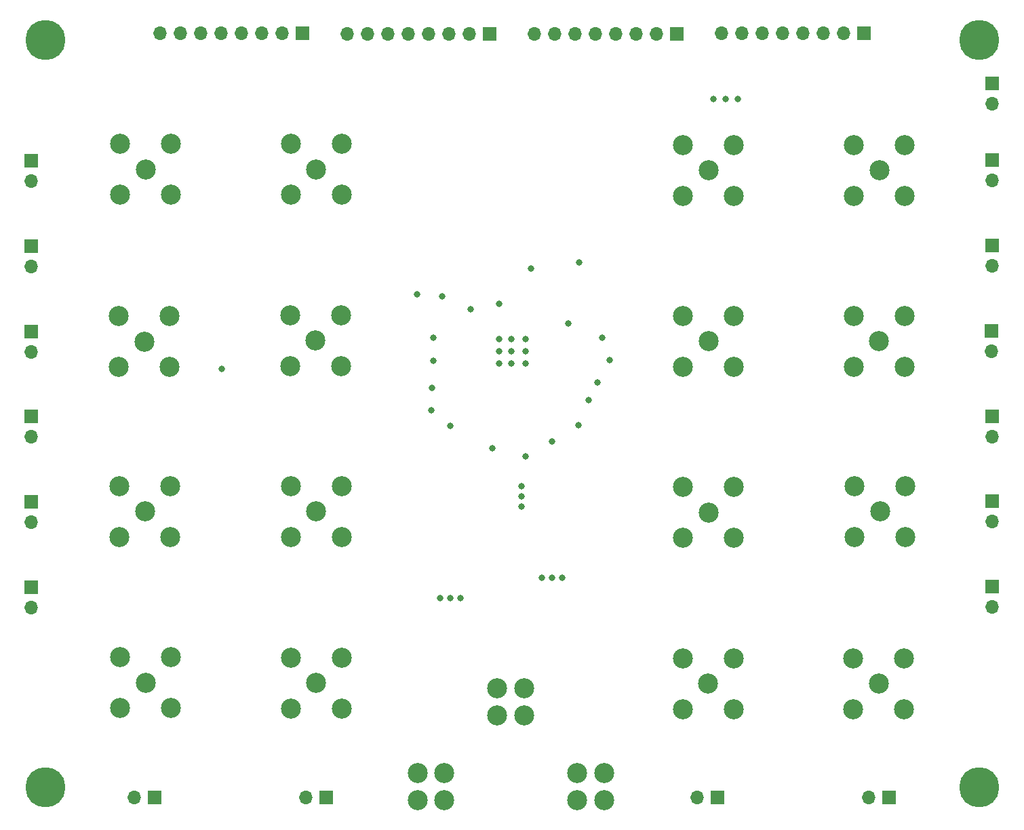
<source format=gbr>
G04 #@! TF.GenerationSoftware,KiCad,Pcbnew,(5.1.10-1-10_14)*
G04 #@! TF.CreationDate,2022-10-09T23:43:03+02:00*
G04 #@! TF.ProjectId,BoatCentralBoard,426f6174-4365-46e7-9472-616c426f6172,rev?*
G04 #@! TF.SameCoordinates,Original*
G04 #@! TF.FileFunction,Copper,L2,Inr*
G04 #@! TF.FilePolarity,Positive*
%FSLAX46Y46*%
G04 Gerber Fmt 4.6, Leading zero omitted, Abs format (unit mm)*
G04 Created by KiCad (PCBNEW (5.1.10-1-10_14)) date 2022-10-09 23:43:03*
%MOMM*%
%LPD*%
G01*
G04 APERTURE LIST*
G04 #@! TA.AperFunction,ComponentPad*
%ADD10C,5.000000*%
G04 #@! TD*
G04 #@! TA.AperFunction,ComponentPad*
%ADD11C,2.500000*%
G04 #@! TD*
G04 #@! TA.AperFunction,ComponentPad*
%ADD12R,1.700000X1.700000*%
G04 #@! TD*
G04 #@! TA.AperFunction,ComponentPad*
%ADD13O,1.700000X1.700000*%
G04 #@! TD*
G04 #@! TA.AperFunction,ViaPad*
%ADD14C,0.800000*%
G04 #@! TD*
G04 APERTURE END LIST*
D10*
X86790800Y-137280600D03*
X203440800Y-137280600D03*
X203390800Y-44030600D03*
X86790800Y-43980600D03*
D11*
X169625000Y-102975000D03*
X166450000Y-106150000D03*
X172800000Y-106150000D03*
X166450000Y-99800000D03*
X172800000Y-99800000D03*
D12*
X205050000Y-101610000D03*
D13*
X205050000Y-104150000D03*
D11*
X153210000Y-135510000D03*
X156580000Y-135510000D03*
X156580000Y-138880000D03*
X153210000Y-138880000D03*
D12*
X205040800Y-49390600D03*
D13*
X205040800Y-51930600D03*
D12*
X118950000Y-43150000D03*
D13*
X116410000Y-43150000D03*
X113870000Y-43150000D03*
X111330000Y-43150000D03*
X108790000Y-43150000D03*
X106250000Y-43150000D03*
X103710000Y-43150000D03*
X101170000Y-43150000D03*
D12*
X142250000Y-43250000D03*
D13*
X139710000Y-43250000D03*
X137170000Y-43250000D03*
X134630000Y-43250000D03*
X132090000Y-43250000D03*
X129550000Y-43250000D03*
X127010000Y-43250000D03*
X124470000Y-43250000D03*
D12*
X165690000Y-43250000D03*
D13*
X163150000Y-43250000D03*
X160610000Y-43250000D03*
X158070000Y-43250000D03*
X155530000Y-43250000D03*
X152990000Y-43250000D03*
X150450000Y-43250000D03*
X147910000Y-43250000D03*
D12*
X189006200Y-43193800D03*
D13*
X186466200Y-43193800D03*
X183926200Y-43193800D03*
X181386200Y-43193800D03*
X178846200Y-43193800D03*
X176306200Y-43193800D03*
X173766200Y-43193800D03*
X171226200Y-43193800D03*
D11*
X169550000Y-124350000D03*
X172725000Y-127525000D03*
X172725000Y-121175000D03*
X166375000Y-127525000D03*
X166375000Y-121175000D03*
X169590800Y-81630600D03*
X172765800Y-78455600D03*
X166415800Y-78455600D03*
X172765800Y-84805600D03*
X166415800Y-84805600D03*
X190890800Y-81625000D03*
X194065800Y-78450000D03*
X187715800Y-78450000D03*
X194065800Y-84800000D03*
X187715800Y-84800000D03*
X169590800Y-60275000D03*
X172765800Y-57100000D03*
X166415800Y-57100000D03*
X172765800Y-63450000D03*
X166415800Y-63450000D03*
X120650000Y-102850000D03*
X117475000Y-99675000D03*
X117475000Y-106025000D03*
X123825000Y-99675000D03*
X123825000Y-106025000D03*
X99350000Y-124250000D03*
X96175000Y-121075000D03*
X96175000Y-127425000D03*
X102525000Y-121075000D03*
X102525000Y-127425000D03*
X120650000Y-124275000D03*
X123825000Y-121100000D03*
X117475000Y-121100000D03*
X123825000Y-127450000D03*
X117475000Y-127450000D03*
X99350000Y-60150000D03*
X96175000Y-56975000D03*
X96175000Y-63325000D03*
X102525000Y-56975000D03*
X102525000Y-63325000D03*
X120550000Y-81550000D03*
X117375000Y-78375000D03*
X117375000Y-84725000D03*
X123725000Y-78375000D03*
X123725000Y-84725000D03*
X99150000Y-81650000D03*
X95975000Y-78475000D03*
X95975000Y-84825000D03*
X102325000Y-78475000D03*
X102325000Y-84825000D03*
X99250000Y-102850000D03*
X96075000Y-99675000D03*
X96075000Y-106025000D03*
X102425000Y-99675000D03*
X102425000Y-106025000D03*
X143250000Y-124950000D03*
X146620000Y-124950000D03*
X146620000Y-128320000D03*
X143250000Y-128320000D03*
X190850000Y-124350000D03*
X194025000Y-121175000D03*
X187675000Y-121175000D03*
X194025000Y-127525000D03*
X187675000Y-127525000D03*
X190940800Y-60280600D03*
X187765800Y-57105600D03*
X187765800Y-63455600D03*
X194115800Y-57105600D03*
X194115800Y-63455600D03*
X120650000Y-60150000D03*
X117475000Y-56975000D03*
X117475000Y-63325000D03*
X123825000Y-56975000D03*
X123825000Y-63325000D03*
X191025000Y-102875000D03*
X187850000Y-106050000D03*
X194200000Y-106050000D03*
X187850000Y-99700000D03*
X194200000Y-99700000D03*
X136650000Y-138920000D03*
X133280000Y-138920000D03*
X133280000Y-135550000D03*
X136650000Y-135550000D03*
D13*
X85050000Y-104240000D03*
D12*
X85050000Y-101700000D03*
D13*
X85050000Y-93540000D03*
D12*
X85050000Y-91000000D03*
D13*
X85050000Y-82940000D03*
D12*
X85050000Y-80400000D03*
D13*
X85050000Y-72240000D03*
D12*
X85050000Y-69700000D03*
D13*
X85050000Y-61640000D03*
D12*
X85050000Y-59100000D03*
D13*
X119310000Y-138550000D03*
D12*
X121850000Y-138550000D03*
D13*
X97950000Y-138550000D03*
D12*
X100490000Y-138550000D03*
D13*
X85050000Y-114840000D03*
D12*
X85050000Y-112300000D03*
X205050000Y-59010000D03*
D13*
X205050000Y-61550000D03*
X205050000Y-72190000D03*
D12*
X205050000Y-69650000D03*
D13*
X204900000Y-82890000D03*
D12*
X204900000Y-80350000D03*
D13*
X205050000Y-93490000D03*
D12*
X205050000Y-90950000D03*
X205050000Y-112250000D03*
D13*
X205050000Y-114790000D03*
X189610000Y-138550000D03*
D12*
X192150000Y-138550000D03*
D13*
X168210000Y-138550000D03*
D12*
X170750000Y-138550000D03*
D14*
X148800800Y-111100600D03*
X150070800Y-111100600D03*
X151340800Y-111100600D03*
X136100800Y-113640600D03*
X137370800Y-113640600D03*
X138640800Y-113640600D03*
X146260800Y-99670600D03*
X146260800Y-100940600D03*
X146260800Y-102210600D03*
X173250000Y-51400000D03*
X171750000Y-51400000D03*
X170250000Y-51400000D03*
X143430600Y-82859200D03*
X144954600Y-82859200D03*
X146732600Y-82859200D03*
X143430600Y-84383200D03*
X144954600Y-84383200D03*
X146732600Y-84383200D03*
X143430600Y-81335200D03*
X144954600Y-81335200D03*
X146732600Y-81335200D03*
X152100000Y-79350000D03*
X136340800Y-76030600D03*
X133240800Y-75730600D03*
X108840800Y-85030600D03*
X146773047Y-95998353D03*
X150050000Y-94150000D03*
X153350000Y-92050000D03*
X154650000Y-88950000D03*
X155750000Y-86750000D03*
X147450000Y-72550000D03*
X153450000Y-71750000D03*
X156350000Y-81150000D03*
X157250000Y-83975000D03*
X143500000Y-76950000D03*
X139950000Y-77600000D03*
X135300000Y-81150000D03*
X135250000Y-84050000D03*
X142650000Y-94950000D03*
X137350000Y-92150000D03*
X134967359Y-90267359D03*
X135050000Y-87450000D03*
M02*

</source>
